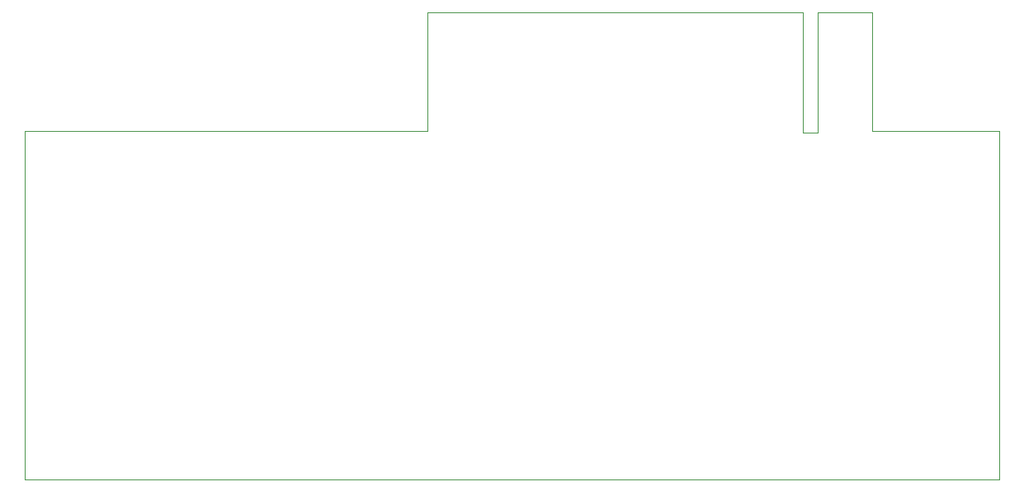
<source format=gbr>
G04 #@! TF.GenerationSoftware,KiCad,Pcbnew,7.0.7*
G04 #@! TF.CreationDate,2023-11-12T13:18:29+03:00*
G04 #@! TF.ProjectId,floppy-adapter-4,666c6f70-7079-42d6-9164-61707465722d,rev?*
G04 #@! TF.SameCoordinates,Original*
G04 #@! TF.FileFunction,Profile,NP*
%FSLAX46Y46*%
G04 Gerber Fmt 4.6, Leading zero omitted, Abs format (unit mm)*
G04 Created by KiCad (PCBNEW 7.0.7) date 2023-11-12 13:18:29*
%MOMM*%
%LPD*%
G01*
G04 APERTURE LIST*
G04 #@! TA.AperFunction,Profile*
%ADD10C,0.050000*%
G04 #@! TD*
G04 APERTURE END LIST*
D10*
X197388000Y-73596500D02*
X197388000Y-85979000D01*
X117500000Y-121600000D02*
X217500000Y-121600000D01*
X197388000Y-73596500D02*
X158843500Y-73596500D01*
X117500000Y-85800000D02*
X117500000Y-121600000D01*
X204500000Y-85800000D02*
X217500000Y-85800000D01*
X198848500Y-85979000D02*
X197388000Y-85979000D01*
X198848500Y-73596500D02*
X204500000Y-73596500D01*
X158840500Y-85800000D02*
X117500000Y-85800000D01*
X217500000Y-85800000D02*
X217500000Y-121600000D01*
X158840500Y-73600000D02*
X158840500Y-85800000D01*
X198848500Y-73596500D02*
X198848500Y-85979000D01*
X204500000Y-73596500D02*
X204500000Y-85800000D01*
M02*

</source>
